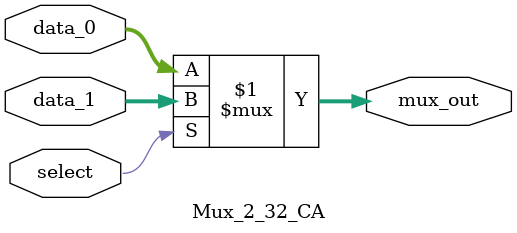
<source format=v>
module Mux_2_32_CA #(parameter word_size = 32)(mux_out,data_1,data_0,select);
output [word_size-1:0] mux_out ;
input [word_size-1:0] data_1,data_0 ;
input select;

assign mux_out = select ? data_1 : data_0 ;
endmodule

</source>
